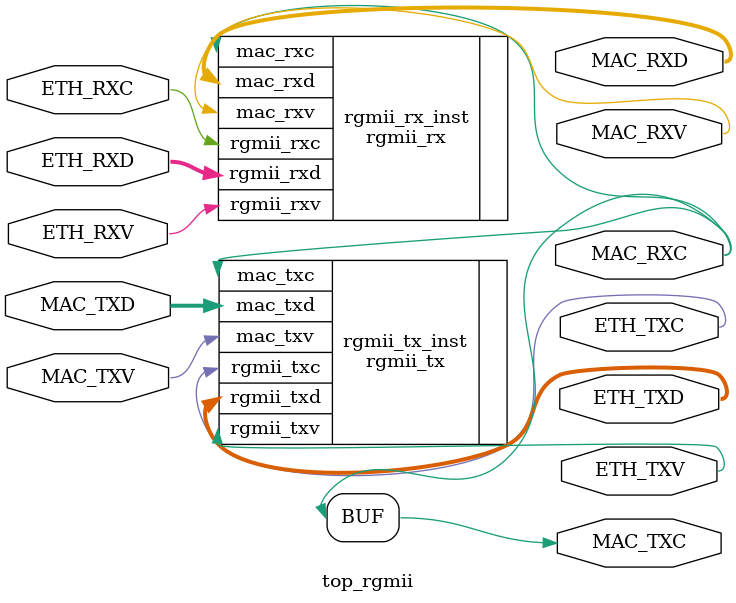
<source format=v>
module top_rgmii(
    input ETH_RXC,
    input ETH_RXV,
    input [3:0] ETH_RXD,


    output ETH_TXC,
    output ETH_TXV,
    output [3:0] ETH_TXD,

    //
    output MAC_TXC,          //mac层提供的时钟
    input MAC_TXV,           //mac层提供的数据有效信号
    input [7:0] MAC_TXD ,     //mac层提供的数据

    output MAC_RXC,          //mac层提供的时钟
    output MAC_RXV,           //mac层提供的数据有效信号
    output [7:0] MAC_RXD      //mac层提供的数据
);
// 芯片 -> ETH_RXC ->（ rgmii_rxc -> rgmii_rxc_bufg -> mac_rxc）-> MAC_RXC -> 协议代码
// MAC_RXC -> MAC_TXC ->（ mac_txc -> rgmii_txc ）->  ETH_TXC -> 芯片

// 芯片 -> ETH_RXD ->（ rgmii_rx[4] -> iddr -> mac_rxd[8] ）-> MAC_RXD -> 协议代码
// 协议代码 -> MAC_TXD ->（ mac_txd[8] -> oddr -> rgmii_txd[4] ）-> ETH_TXD -> 芯片

assign  MAC_TXC = MAC_RXC;

 rgmii_rx rgmii_rx_inst(
    .rgmii_rxc(ETH_RXC),
    .rgmii_rxv(ETH_RXV),
    .rgmii_rxd(ETH_RXD),
    
    .mac_rxc(MAC_RXC),
    .mac_rxv(MAC_RXV),
    .mac_rxd(MAC_RXD)
);

rgmii_tx rgmii_tx_inst(
    .mac_txc(MAC_TXC),          //mac层提供的时钟
    .mac_txv(MAC_TXV),          //mac层提供的数据有效信号
    .mac_txd(MAC_TXD),    //mac层提供的数据

    .rgmii_txc(ETH_TXC),       //rgmii层提供的时钟
    .rgmii_txv(ETH_TXV),       //rgmii层提供的数据有效信号
    .rgmii_txd(ETH_TXD)  //rgmii层提供的数据  
);


endmodule
</source>
